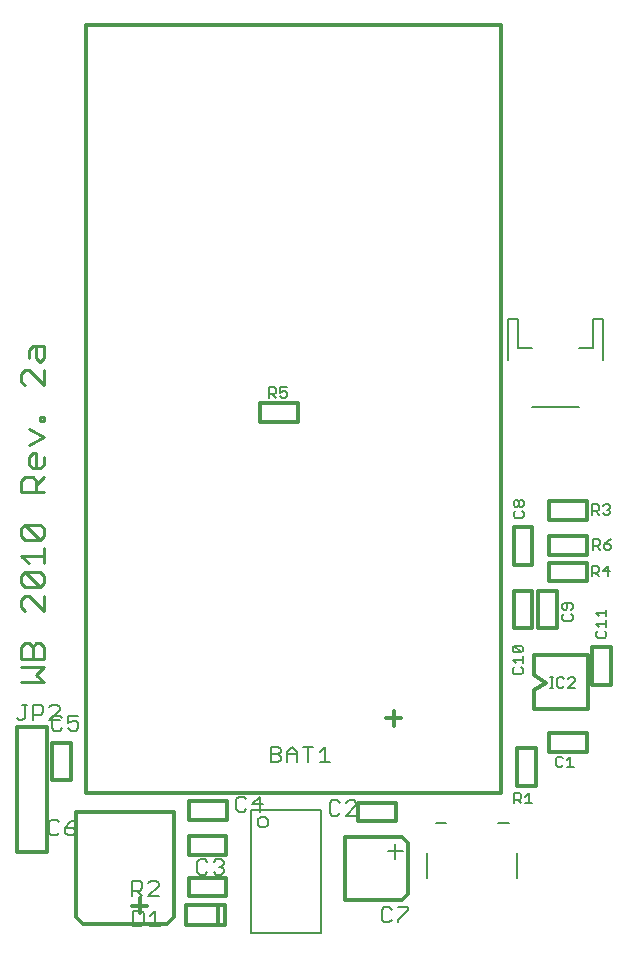
<source format=gto>
G75*
G70*
%OFA0B0*%
%FSLAX24Y24*%
%IPPOS*%
%LPD*%
%AMOC8*
5,1,8,0,0,1.08239X$1,22.5*
%
%ADD10C,0.0118*%
%ADD11C,0.0100*%
%ADD12C,0.0080*%
%ADD13C,0.0050*%
%ADD14C,0.0079*%
%ADD15C,0.0060*%
D10*
X001441Y003780D02*
X001441Y007977D01*
X002441Y007977D01*
X002441Y003780D01*
X001441Y003780D01*
X002626Y006187D02*
X003256Y006187D01*
X003256Y007446D01*
X002626Y007446D01*
X002626Y006187D01*
X003404Y005124D02*
X006671Y005124D01*
X006671Y001618D01*
X006437Y001384D01*
X003638Y001384D01*
X003404Y001618D01*
X003404Y005124D01*
X003754Y005754D02*
X017567Y005754D01*
X017567Y031379D01*
X003754Y031379D01*
X003754Y005754D01*
X005537Y002254D02*
X005537Y001754D01*
X005287Y002004D02*
X005787Y002004D01*
X007098Y002016D02*
X007098Y001367D01*
X008378Y001367D01*
X008378Y002016D01*
X007098Y002016D01*
X007170Y002314D02*
X007170Y002944D01*
X008430Y002944D01*
X008430Y002314D01*
X007170Y002314D01*
X007170Y003689D02*
X007170Y004319D01*
X008430Y004319D01*
X008430Y003689D01*
X007170Y003689D01*
X007190Y004876D02*
X007190Y005506D01*
X008450Y005506D01*
X008450Y004876D01*
X007190Y004876D01*
X008157Y002016D02*
X008157Y001367D01*
X012398Y002211D02*
X012398Y004297D01*
X014288Y004297D01*
X014485Y004100D01*
X014485Y002407D01*
X014288Y002211D01*
X012398Y002211D01*
X012811Y004814D02*
X012811Y005444D01*
X014071Y005444D01*
X014071Y004814D01*
X012811Y004814D01*
X014004Y008004D02*
X014004Y008504D01*
X013754Y008254D02*
X014254Y008254D01*
X018002Y011249D02*
X018631Y011249D01*
X018631Y012509D01*
X018002Y012509D01*
X018002Y011249D01*
X018814Y011249D02*
X018814Y012509D01*
X019444Y012509D01*
X019444Y011249D01*
X018814Y011249D01*
X018696Y010357D02*
X018696Y009757D01*
X018691Y009691D02*
X019067Y009442D01*
X018691Y009191D01*
X018696Y009157D02*
X018696Y008557D01*
X020496Y008557D01*
X020496Y010357D01*
X018696Y010357D01*
X020626Y010634D02*
X020626Y009374D01*
X021256Y009374D01*
X021256Y010634D01*
X020626Y010634D01*
X020446Y012814D02*
X019187Y012814D01*
X019187Y013444D01*
X020446Y013444D01*
X020446Y012814D01*
X020446Y013689D02*
X019187Y013689D01*
X019187Y014319D01*
X020446Y014319D01*
X020446Y013689D01*
X020446Y014876D02*
X019187Y014876D01*
X019187Y015506D01*
X020446Y015506D01*
X020446Y014876D01*
X018631Y014634D02*
X018631Y013374D01*
X018002Y013374D01*
X018002Y014634D01*
X018631Y014634D01*
X019187Y007756D02*
X019187Y007126D01*
X020446Y007126D01*
X020446Y007756D01*
X019187Y007756D01*
X018756Y007259D02*
X018756Y005999D01*
X018126Y005999D01*
X018126Y007259D01*
X018756Y007259D01*
X010821Y018126D02*
X010821Y018756D01*
X009561Y018756D01*
X009561Y018126D01*
X010821Y018126D01*
D11*
X002354Y018164D02*
X002354Y018291D01*
X002227Y018291D01*
X002227Y018164D01*
X002354Y018164D01*
X002354Y017626D02*
X001847Y017880D01*
X001847Y017372D02*
X002354Y017626D01*
X002100Y017088D02*
X001974Y017088D01*
X001847Y016961D01*
X001847Y016707D01*
X001974Y016581D01*
X002227Y016581D01*
X002354Y016707D01*
X002354Y016961D01*
X002100Y017088D02*
X002100Y016581D01*
X001974Y016296D02*
X002100Y016169D01*
X002100Y015789D01*
X002100Y016042D02*
X002354Y016296D01*
X001974Y016296D02*
X001720Y016296D01*
X001593Y016169D01*
X001593Y015789D01*
X002354Y015789D01*
X002227Y014712D02*
X001720Y014712D01*
X002227Y014205D01*
X002354Y014332D01*
X002354Y014585D01*
X002227Y014712D01*
X001720Y014712D02*
X001593Y014585D01*
X001593Y014332D01*
X001720Y014205D01*
X002227Y014205D01*
X002354Y013920D02*
X002354Y013413D01*
X002354Y013667D02*
X001593Y013667D01*
X001847Y013413D01*
X001720Y013128D02*
X002227Y012621D01*
X002354Y012748D01*
X002354Y013002D01*
X002227Y013128D01*
X001720Y013128D01*
X001593Y013002D01*
X001593Y012748D01*
X001720Y012621D01*
X002227Y012621D01*
X002354Y012337D02*
X002354Y011829D01*
X001847Y012337D01*
X001720Y012337D01*
X001593Y012210D01*
X001593Y011956D01*
X001720Y011829D01*
X001720Y010753D02*
X001847Y010753D01*
X001974Y010626D01*
X001974Y010246D01*
X002354Y010246D02*
X001593Y010246D01*
X001593Y010626D01*
X001720Y010753D01*
X001974Y010626D02*
X002100Y010753D01*
X002227Y010753D01*
X002354Y010626D01*
X002354Y010246D01*
X002354Y009961D02*
X001593Y009961D01*
X001593Y009454D02*
X002354Y009454D01*
X002100Y009707D01*
X002354Y009961D01*
X002354Y019352D02*
X001847Y019859D01*
X001720Y019859D01*
X001593Y019732D01*
X001593Y019479D01*
X001720Y019352D01*
X002354Y019352D02*
X002354Y019859D01*
X002227Y020144D02*
X002100Y020271D01*
X002100Y020651D01*
X001974Y020651D02*
X002354Y020651D01*
X002354Y020271D01*
X002227Y020144D01*
X001847Y020271D02*
X001847Y020524D01*
X001974Y020651D01*
D12*
X001990Y008705D02*
X002245Y008705D01*
X002330Y008620D01*
X002330Y008449D01*
X002245Y008364D01*
X001990Y008364D01*
X001990Y008194D02*
X001990Y008705D01*
X001787Y008705D02*
X001616Y008705D01*
X001701Y008705D02*
X001701Y008279D01*
X001616Y008194D01*
X001531Y008194D01*
X001446Y008279D01*
X002533Y008194D02*
X002874Y008535D01*
X002874Y008620D01*
X002789Y008705D01*
X002619Y008705D01*
X002533Y008620D01*
X002697Y008340D02*
X002612Y008255D01*
X002612Y007914D01*
X002697Y007829D01*
X002868Y007829D01*
X002953Y007914D01*
X003156Y007914D02*
X003241Y007829D01*
X003411Y007829D01*
X003496Y007914D01*
X003496Y008084D01*
X003411Y008170D01*
X003326Y008170D01*
X003156Y008084D01*
X003156Y008340D01*
X003496Y008340D01*
X002953Y008255D02*
X002868Y008340D01*
X002697Y008340D01*
X002533Y008194D02*
X002874Y008194D01*
X002770Y004868D02*
X002600Y004868D01*
X002515Y004782D01*
X002515Y004442D01*
X002600Y004357D01*
X002770Y004357D01*
X002855Y004442D01*
X003059Y004442D02*
X003059Y004612D01*
X003314Y004612D01*
X003399Y004527D01*
X003399Y004442D01*
X003314Y004357D01*
X003144Y004357D01*
X003059Y004442D01*
X003059Y004612D02*
X003229Y004782D01*
X003399Y004868D01*
X002855Y004782D02*
X002770Y004868D01*
X005283Y002840D02*
X005283Y002329D01*
X005283Y002499D02*
X005539Y002499D01*
X005624Y002584D01*
X005624Y002754D01*
X005539Y002840D01*
X005283Y002840D01*
X005454Y002499D02*
X005624Y002329D01*
X005827Y002329D02*
X006168Y002669D01*
X006168Y002754D01*
X006083Y002840D01*
X005912Y002840D01*
X005827Y002754D01*
X005827Y002329D02*
X006168Y002329D01*
X006041Y001840D02*
X006041Y001329D01*
X005871Y001329D02*
X006212Y001329D01*
X005871Y001670D02*
X006041Y001840D01*
X005668Y001755D02*
X005668Y001414D01*
X005583Y001329D01*
X005327Y001329D01*
X005327Y001840D01*
X005583Y001840D01*
X005668Y001755D01*
X007459Y003129D02*
X007544Y003044D01*
X007715Y003044D01*
X007800Y003129D01*
X008003Y003129D02*
X008088Y003044D01*
X008259Y003044D01*
X008344Y003129D01*
X008344Y003214D01*
X008259Y003299D01*
X008173Y003299D01*
X008259Y003299D02*
X008344Y003384D01*
X008344Y003469D01*
X008259Y003555D01*
X008088Y003555D01*
X008003Y003469D01*
X007800Y003469D02*
X007715Y003555D01*
X007544Y003555D01*
X007459Y003469D01*
X007459Y003129D01*
X008835Y005131D02*
X009006Y005131D01*
X009091Y005216D01*
X009294Y005387D02*
X009635Y005387D01*
X009549Y005642D02*
X009549Y005131D01*
X009294Y005387D02*
X009549Y005642D01*
X009091Y005557D02*
X009006Y005642D01*
X008835Y005642D01*
X008750Y005557D01*
X008750Y005216D01*
X008835Y005131D01*
X009904Y006794D02*
X010159Y006794D01*
X010244Y006879D01*
X010244Y006964D01*
X010159Y007049D01*
X009904Y007049D01*
X009904Y006794D02*
X009904Y007305D01*
X010159Y007305D01*
X010244Y007220D01*
X010244Y007135D01*
X010159Y007049D01*
X010448Y007049D02*
X010788Y007049D01*
X010788Y007135D02*
X010788Y006794D01*
X010448Y006794D02*
X010448Y007135D01*
X010618Y007305D01*
X010788Y007135D01*
X010991Y007305D02*
X011332Y007305D01*
X011162Y007305D02*
X011162Y006794D01*
X011535Y006794D02*
X011876Y006794D01*
X011705Y006794D02*
X011705Y007305D01*
X011535Y007135D01*
X011957Y005518D02*
X011872Y005432D01*
X011872Y005092D01*
X011957Y005007D01*
X012127Y005007D01*
X012213Y005092D01*
X012416Y005007D02*
X012756Y005347D01*
X012756Y005432D01*
X012671Y005518D01*
X012501Y005518D01*
X012416Y005432D01*
X012213Y005432D02*
X012127Y005518D01*
X011957Y005518D01*
X012416Y005007D02*
X012756Y005007D01*
X013692Y001964D02*
X013607Y001879D01*
X013607Y001539D01*
X013692Y001453D01*
X013862Y001453D01*
X013947Y001539D01*
X014150Y001539D02*
X014150Y001453D01*
X014150Y001539D02*
X014491Y001879D01*
X014491Y001964D01*
X014150Y001964D01*
X013947Y001879D02*
X013862Y001964D01*
X013692Y001964D01*
X015130Y002945D02*
X015130Y003772D01*
X015406Y004756D02*
X015760Y004756D01*
X017492Y004756D02*
X017846Y004756D01*
X018122Y003772D02*
X018122Y002945D01*
X018614Y018614D02*
X020189Y018614D01*
X020976Y020189D02*
X020976Y021567D01*
X020661Y021567D01*
X020661Y020583D01*
X020189Y020583D01*
X018614Y020583D02*
X018142Y020583D01*
X018142Y021567D01*
X017827Y021567D01*
X017827Y020189D01*
D13*
X018058Y015530D02*
X018001Y015472D01*
X018001Y015358D01*
X018058Y015300D01*
X018116Y015300D01*
X018173Y015358D01*
X018173Y015472D01*
X018230Y015530D01*
X018288Y015530D01*
X018345Y015472D01*
X018345Y015358D01*
X018288Y015300D01*
X018230Y015300D01*
X018173Y015358D01*
X018173Y015472D02*
X018116Y015530D01*
X018058Y015530D01*
X018058Y015167D02*
X018001Y015110D01*
X018001Y014995D01*
X018058Y014938D01*
X018288Y014938D01*
X018345Y014995D01*
X018345Y015110D01*
X018288Y015167D01*
X019683Y012092D02*
X019626Y012035D01*
X019626Y011920D01*
X019683Y011863D01*
X019741Y011863D01*
X019798Y011920D01*
X019798Y012092D01*
X019913Y012092D02*
X019683Y012092D01*
X019913Y012092D02*
X019970Y012035D01*
X019970Y011920D01*
X019913Y011863D01*
X019913Y011730D02*
X019970Y011673D01*
X019970Y011558D01*
X019913Y011501D01*
X019683Y011501D01*
X019626Y011558D01*
X019626Y011673D01*
X019683Y011730D01*
X020616Y012985D02*
X020616Y013329D01*
X020788Y013329D01*
X020845Y013271D01*
X020845Y013157D01*
X020788Y013099D01*
X020616Y013099D01*
X020731Y013099D02*
X020845Y012985D01*
X020978Y013157D02*
X021150Y013329D01*
X021150Y012985D01*
X021208Y013157D02*
X020978Y013157D01*
X020889Y013877D02*
X020774Y013991D01*
X020832Y013991D02*
X020660Y013991D01*
X020660Y013877D02*
X020660Y014221D01*
X020832Y014221D01*
X020889Y014163D01*
X020889Y014049D01*
X020832Y013991D01*
X021022Y013934D02*
X021079Y013877D01*
X021194Y013877D01*
X021251Y013934D01*
X021251Y013991D01*
X021194Y014049D01*
X021022Y014049D01*
X021022Y013934D01*
X021022Y014049D02*
X021137Y014163D01*
X021251Y014221D01*
X021160Y015038D02*
X021046Y015038D01*
X020988Y015095D01*
X020855Y015038D02*
X020740Y015152D01*
X020798Y015152D02*
X020626Y015152D01*
X020626Y015038D02*
X020626Y015382D01*
X020798Y015382D01*
X020855Y015324D01*
X020855Y015210D01*
X020798Y015152D01*
X020988Y015324D02*
X021046Y015382D01*
X021160Y015382D01*
X021218Y015324D01*
X021218Y015267D01*
X021160Y015210D01*
X021218Y015152D01*
X021218Y015095D01*
X021160Y015038D01*
X021160Y015210D02*
X021103Y015210D01*
X021095Y011878D02*
X021095Y011648D01*
X021095Y011763D02*
X020751Y011763D01*
X020866Y011648D01*
X021095Y011515D02*
X021095Y011286D01*
X021095Y011401D02*
X020751Y011401D01*
X020866Y011286D01*
X020808Y011153D02*
X020751Y011095D01*
X020751Y010981D01*
X020808Y010923D01*
X021038Y010923D01*
X021095Y010981D01*
X021095Y011095D01*
X021038Y011153D01*
X019985Y009615D02*
X019871Y009615D01*
X019813Y009558D01*
X019680Y009558D02*
X019623Y009615D01*
X019508Y009615D01*
X019451Y009558D01*
X019451Y009329D01*
X019508Y009271D01*
X019623Y009271D01*
X019680Y009329D01*
X019813Y009271D02*
X020043Y009501D01*
X020043Y009558D01*
X019985Y009615D01*
X020043Y009271D02*
X019813Y009271D01*
X019324Y009271D02*
X019209Y009271D01*
X019267Y009271D02*
X019267Y009615D01*
X019324Y009615D02*
X019209Y009615D01*
X018319Y009779D02*
X018319Y009894D01*
X018262Y009951D01*
X018319Y010084D02*
X018319Y010314D01*
X018319Y010199D02*
X017975Y010199D01*
X018090Y010084D01*
X018032Y009951D02*
X017975Y009894D01*
X017975Y009779D01*
X018032Y009722D01*
X018262Y009722D01*
X018319Y009779D01*
X018262Y010447D02*
X018032Y010676D01*
X018262Y010676D01*
X018319Y010619D01*
X018319Y010504D01*
X018262Y010447D01*
X018032Y010447D01*
X017975Y010504D01*
X017975Y010619D01*
X018032Y010676D01*
X019467Y006970D02*
X019410Y006913D01*
X019410Y006684D01*
X019467Y006626D01*
X019582Y006626D01*
X019639Y006684D01*
X019772Y006626D02*
X020001Y006626D01*
X019887Y006626D02*
X019887Y006970D01*
X019772Y006855D01*
X019639Y006913D02*
X019582Y006970D01*
X019467Y006970D01*
X018509Y005757D02*
X018509Y005413D01*
X018623Y005413D02*
X018394Y005413D01*
X018261Y005413D02*
X018146Y005527D01*
X018204Y005527D02*
X018032Y005527D01*
X018032Y005413D02*
X018032Y005757D01*
X018204Y005757D01*
X018261Y005699D01*
X018261Y005585D01*
X018204Y005527D01*
X018394Y005642D02*
X018509Y005757D01*
X010381Y018939D02*
X010267Y018939D01*
X010210Y018996D01*
X010210Y019111D02*
X010324Y019168D01*
X010381Y019168D01*
X010439Y019111D01*
X010439Y018996D01*
X010381Y018939D01*
X010210Y019111D02*
X010210Y019283D01*
X010439Y019283D01*
X010076Y019225D02*
X010076Y019111D01*
X010019Y019053D01*
X009847Y019053D01*
X009847Y018939D02*
X009847Y019283D01*
X010019Y019283D01*
X010076Y019225D01*
X009962Y019053D02*
X010076Y018939D01*
D14*
X014066Y004067D02*
X014066Y003567D01*
X013816Y003817D02*
X014316Y003817D01*
D15*
X011569Y005180D02*
X011569Y001086D01*
X009266Y001086D01*
X009266Y005180D01*
X011569Y005180D01*
X009469Y004796D02*
X009471Y004822D01*
X009477Y004848D01*
X009486Y004873D01*
X009499Y004896D01*
X009515Y004917D01*
X009534Y004935D01*
X009556Y004951D01*
X009579Y004963D01*
X009604Y004971D01*
X009630Y004976D01*
X009657Y004977D01*
X009683Y004974D01*
X009708Y004967D01*
X009733Y004957D01*
X009755Y004943D01*
X009776Y004926D01*
X009793Y004907D01*
X009808Y004885D01*
X009819Y004861D01*
X009827Y004835D01*
X009831Y004809D01*
X009831Y004783D01*
X009827Y004757D01*
X009819Y004731D01*
X009808Y004707D01*
X009793Y004685D01*
X009776Y004666D01*
X009755Y004649D01*
X009733Y004635D01*
X009708Y004625D01*
X009683Y004618D01*
X009657Y004615D01*
X009630Y004616D01*
X009604Y004621D01*
X009579Y004629D01*
X009556Y004641D01*
X009534Y004657D01*
X009515Y004675D01*
X009499Y004696D01*
X009486Y004719D01*
X009477Y004744D01*
X009471Y004770D01*
X009469Y004796D01*
M02*

</source>
